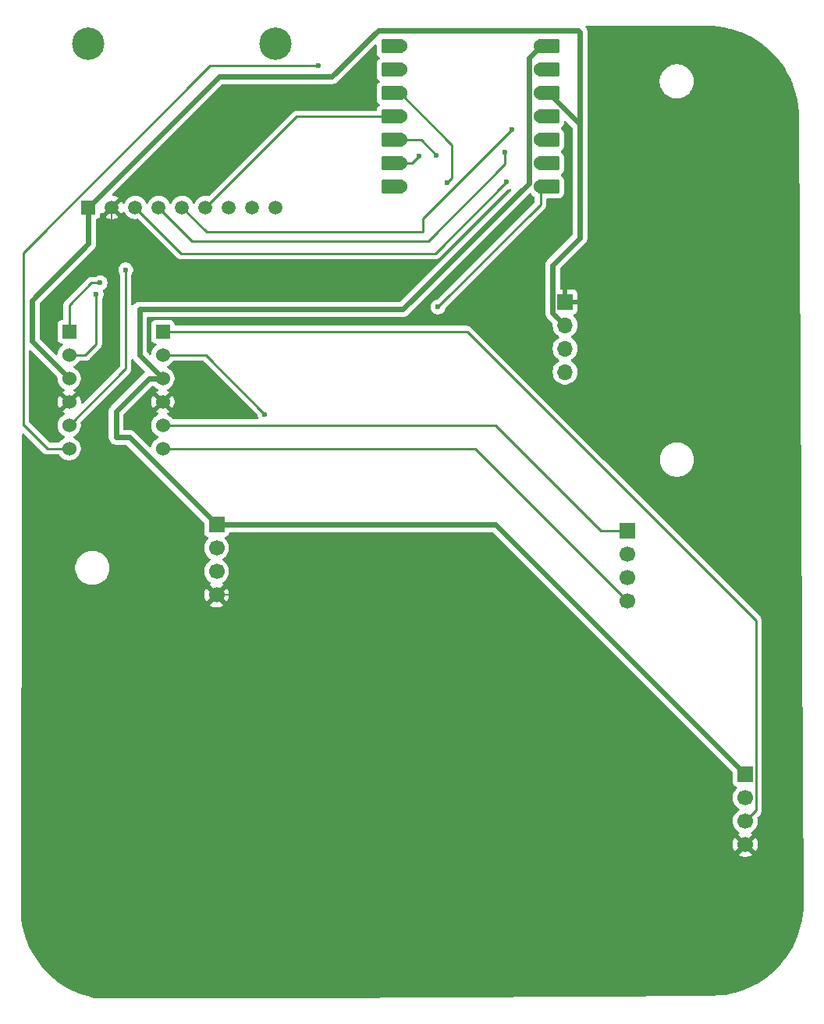
<source format=gbr>
%TF.GenerationSoftware,KiCad,Pcbnew,9.0.6*%
%TF.CreationDate,2025-12-15T19:17:09+00:00*%
%TF.ProjectId,VoltaPCB,566f6c74-6150-4434-922e-6b696361645f,rev?*%
%TF.SameCoordinates,Original*%
%TF.FileFunction,Copper,L1,Top*%
%TF.FilePolarity,Positive*%
%FSLAX46Y46*%
G04 Gerber Fmt 4.6, Leading zero omitted, Abs format (unit mm)*
G04 Created by KiCad (PCBNEW 9.0.6) date 2025-12-15 19:17:09*
%MOMM*%
%LPD*%
G01*
G04 APERTURE LIST*
G04 Aperture macros list*
%AMRoundRect*
0 Rectangle with rounded corners*
0 $1 Rounding radius*
0 $2 $3 $4 $5 $6 $7 $8 $9 X,Y pos of 4 corners*
0 Add a 4 corners polygon primitive as box body*
4,1,4,$2,$3,$4,$5,$6,$7,$8,$9,$2,$3,0*
0 Add four circle primitives for the rounded corners*
1,1,$1+$1,$2,$3*
1,1,$1+$1,$4,$5*
1,1,$1+$1,$6,$7*
1,1,$1+$1,$8,$9*
0 Add four rect primitives between the rounded corners*
20,1,$1+$1,$2,$3,$4,$5,0*
20,1,$1+$1,$4,$5,$6,$7,0*
20,1,$1+$1,$6,$7,$8,$9,0*
20,1,$1+$1,$8,$9,$2,$3,0*%
G04 Aperture macros list end*
%TA.AperFunction,ComponentPad*%
%ADD10R,1.700000X1.700000*%
%TD*%
%TA.AperFunction,ComponentPad*%
%ADD11C,1.700000*%
%TD*%
%TA.AperFunction,SMDPad,CuDef*%
%ADD12RoundRect,0.152400X1.063600X0.609600X-1.063600X0.609600X-1.063600X-0.609600X1.063600X-0.609600X0*%
%TD*%
%TA.AperFunction,ComponentPad*%
%ADD13C,1.524000*%
%TD*%
%TA.AperFunction,SMDPad,CuDef*%
%ADD14RoundRect,0.152400X-1.063600X-0.609600X1.063600X-0.609600X1.063600X0.609600X-1.063600X0.609600X0*%
%TD*%
%TA.AperFunction,ComponentPad*%
%ADD15O,1.700000X1.700000*%
%TD*%
%TA.AperFunction,ComponentPad*%
%ADD16R,1.508000X1.508000*%
%TD*%
%TA.AperFunction,ComponentPad*%
%ADD17C,1.508000*%
%TD*%
%TA.AperFunction,ComponentPad*%
%ADD18C,3.516000*%
%TD*%
%TA.AperFunction,ComponentPad*%
%ADD19R,1.524000X1.524000*%
%TD*%
%TA.AperFunction,ViaPad*%
%ADD20C,0.600000*%
%TD*%
%TA.AperFunction,Conductor*%
%ADD21C,0.600000*%
%TD*%
%TA.AperFunction,Conductor*%
%ADD22C,0.250000*%
%TD*%
%TA.AperFunction,Conductor*%
%ADD23C,0.200000*%
%TD*%
G04 APERTURE END LIST*
D10*
%TO.P,J2,1,Pin_1*%
%TO.N,+5V*%
X174800000Y-111470000D03*
D11*
%TO.P,J2,2,Pin_2*%
%TO.N,Net-(J2-Pin_2)*%
X174800000Y-114010000D03*
%TO.P,J2,3,Pin_3*%
%TO.N,Net-(J2-Pin_3)*%
X174800000Y-116550000D03*
%TO.P,J2,4,Pin_4*%
%TO.N,GND*%
X174800000Y-119090000D03*
%TD*%
D10*
%TO.P,J5,1,Pin_1*%
%TO.N,Net-(J5-Pin_1)*%
X162010000Y-85080000D03*
D11*
%TO.P,J5,2,Pin_2*%
%TO.N,Net-(J5-Pin_2)*%
X162010000Y-87620000D03*
%TO.P,J5,3,Pin_3*%
X162010000Y-90160000D03*
%TO.P,J5,4,Pin_4*%
%TO.N,Net-(J5-Pin_4)*%
X162010000Y-92700000D03*
%TD*%
D12*
%TO.P,U1,1,GPIO26/ADC0/A0*%
%TO.N,Net-(U1-GPIO26{slash}ADC0{slash}A0)*%
X136525000Y-32520000D03*
D13*
X137360000Y-32520000D03*
D12*
%TO.P,U1,2,GPIO27/ADC1/A1*%
%TO.N,Net-(U1-GPIO27{slash}ADC1{slash}A1)*%
X136525000Y-35060000D03*
D13*
X137360000Y-35060000D03*
D12*
%TO.P,U1,3,GPIO28/ADC2/A2*%
%TO.N,Net-(J5-Pin_2)*%
X136525000Y-37600000D03*
D13*
X137360000Y-37600000D03*
D12*
%TO.P,U1,4,GPIO29/ADC3/A3*%
%TO.N,Net-(U1-GPIO29{slash}ADC3{slash}A3)*%
X136525000Y-40140000D03*
D13*
X137360000Y-40140000D03*
D12*
%TO.P,U1,5,GPIO6/SDA*%
%TO.N,Net-(J1-Pin_4)*%
X136525000Y-42680000D03*
D13*
X137360000Y-42680000D03*
D12*
%TO.P,U1,6,GPIO7/SCL*%
%TO.N,Net-(J1-Pin_3)*%
X136525000Y-45220000D03*
D13*
X137360000Y-45220000D03*
D12*
%TO.P,U1,7,GPIO0/TX*%
%TO.N,Net-(U1-GPIO0{slash}TX)*%
X136525000Y-47760000D03*
D13*
X137360000Y-47760000D03*
%TO.P,U1,8,GPIO1/RX*%
%TO.N,Net-(U1-GPIO1{slash}RX)*%
X152600000Y-47760000D03*
D14*
X153435000Y-47760000D03*
D13*
%TO.P,U1,9,GPIO2/SCK*%
%TO.N,Net-(U1-GPIO2{slash}SCK)*%
X152600000Y-45220000D03*
D14*
X153435000Y-45220000D03*
D13*
%TO.P,U1,10,GPIO4/MISO*%
%TO.N,Net-(U1-GPIO4{slash}MISO)*%
X152600000Y-42680000D03*
D14*
X153435000Y-42680000D03*
D13*
%TO.P,U1,11,GPIO3/MOSI*%
%TO.N,Net-(U1-GPIO3{slash}MOSI)*%
X152600000Y-40140000D03*
D14*
X153435000Y-40140000D03*
D13*
%TO.P,U1,12,3V3*%
%TO.N,+3V3*%
X152600000Y-37600000D03*
D14*
X153435000Y-37600000D03*
D13*
%TO.P,U1,13,GND*%
%TO.N,GND*%
X152600000Y-35060000D03*
D14*
X153435000Y-35060000D03*
D13*
%TO.P,U1,14,VBUS*%
%TO.N,+5V*%
X152600000Y-32520000D03*
D14*
X153435000Y-32520000D03*
%TD*%
D10*
%TO.P,J1,1,Pin_1*%
%TO.N,GND*%
X155255000Y-60225000D03*
D15*
%TO.P,J1,2,Pin_2*%
%TO.N,+3V3*%
X155255000Y-62765000D03*
%TO.P,J1,3,Pin_3*%
%TO.N,Net-(J1-Pin_3)*%
X155255000Y-65305000D03*
%TO.P,J1,4,Pin_4*%
%TO.N,Net-(J1-Pin_4)*%
X155255000Y-67845000D03*
%TD*%
D16*
%TO.P,U3,1,3V*%
%TO.N,+3V3*%
X103547500Y-49990000D03*
D17*
%TO.P,U3,2,GND*%
%TO.N,GND*%
X106087500Y-49990000D03*
%TO.P,U3,3,CLK*%
%TO.N,Net-(U1-GPIO2{slash}SCK)*%
X108627500Y-49990000D03*
%TO.P,U3,4,D0/SO*%
%TO.N,Net-(U1-GPIO4{slash}MISO)*%
X111167500Y-49990000D03*
%TO.P,U3,5,CMD/SI*%
%TO.N,Net-(U1-GPIO3{slash}MOSI)*%
X113707500Y-49990000D03*
%TO.P,U3,6,D3/CS*%
%TO.N,Net-(U1-GPIO29{slash}ADC3{slash}A3)*%
X116247500Y-49990000D03*
%TO.P,U3,7,DAT1*%
%TO.N,unconnected-(U3-DAT1-Pad7)*%
X118787500Y-49990000D03*
%TO.P,U3,8,DAT2*%
%TO.N,unconnected-(U3-DAT2-Pad8)*%
X121327500Y-49990000D03*
%TO.P,U3,9,DET*%
%TO.N,unconnected-(U3-DET-Pad9)*%
X123867500Y-49990000D03*
D18*
%TO.P,U3,S1*%
%TO.N,N/C*%
X103547500Y-32210000D03*
%TO.P,U3,S2*%
X123867500Y-32210000D03*
%TD*%
D13*
%TO.P,U2,GND_1,GND*%
%TO.N,GND*%
X111610000Y-71080000D03*
%TO.P,U2,GND_2,GND*%
X101450000Y-71080000D03*
%TO.P,U2,HV,HV*%
%TO.N,+5V*%
X111610000Y-68540000D03*
D19*
%TO.P,U2,HV1,HV1*%
%TO.N,Net-(J2-Pin_3)*%
X111610000Y-63460000D03*
D13*
%TO.P,U2,HV2,HV2*%
%TO.N,Net-(J2-Pin_2)*%
X111610000Y-66000000D03*
%TO.P,U2,HV3,HV3*%
%TO.N,Net-(J5-Pin_1)*%
X111610000Y-73620000D03*
%TO.P,U2,HV4,HV4*%
%TO.N,Net-(J5-Pin_4)*%
X111610000Y-76160000D03*
%TO.P,U2,LV,LV*%
%TO.N,+3V3*%
X101450000Y-68540000D03*
D19*
%TO.P,U2,LV1,LV1*%
%TO.N,Net-(U1-GPIO0{slash}TX)*%
X101450000Y-63460000D03*
D13*
%TO.P,U2,LV2,LV2*%
%TO.N,Net-(U1-GPIO1{slash}RX)*%
X101450000Y-66000000D03*
%TO.P,U2,LV3,LV3*%
%TO.N,Net-(U1-GPIO27{slash}ADC1{slash}A1)*%
X101450000Y-73620000D03*
%TO.P,U2,LV4,LV4*%
%TO.N,Net-(U1-GPIO26{slash}ADC0{slash}A0)*%
X101450000Y-76160000D03*
%TD*%
D10*
%TO.P,J3,1,Pin_1*%
%TO.N,+5V*%
X117440000Y-84390000D03*
D11*
%TO.P,J3,2,Pin_2*%
%TO.N,Sensor_B*%
X117440000Y-86930000D03*
%TO.P,J3,3,Pin_3*%
%TO.N,Sensor_A*%
X117440000Y-89470000D03*
%TO.P,J3,4,Pin_4*%
%TO.N,GND*%
X117440000Y-92010000D03*
%TD*%
D20*
%TO.N,Net-(J1-Pin_3)*%
X139390000Y-44460000D03*
%TO.N,GND*%
X99270000Y-70900000D03*
%TO.N,Net-(J1-Pin_4)*%
X141270000Y-44310000D03*
%TO.N,Net-(J2-Pin_2)*%
X122680000Y-72420000D03*
%TO.N,Net-(J5-Pin_2)*%
X142450000Y-47260000D03*
%TO.N,Net-(U1-GPIO3{slash}MOSI)*%
X149520000Y-41550000D03*
%TO.N,Net-(U1-GPIO4{slash}MISO)*%
X148760000Y-44000000D03*
%TO.N,Net-(U1-GPIO26{slash}ADC0{slash}A0)*%
X128460000Y-34620000D03*
%TO.N,Net-(U1-GPIO0{slash}TX)*%
X104800000Y-58170000D03*
%TO.N,Net-(U1-GPIO27{slash}ADC1{slash}A1)*%
X107580000Y-56750000D03*
%TO.N,Net-(U1-GPIO2{slash}SCK)*%
X148910000Y-47250000D03*
%TO.N,Net-(U1-GPIO1{slash}RX)*%
X141460000Y-60790000D03*
X104380000Y-59420000D03*
%TD*%
D21*
%TO.N,+3V3*%
X97420000Y-60060000D02*
X97420000Y-64510000D01*
X103547500Y-49990000D02*
X117727500Y-35810000D01*
X155255000Y-62765000D02*
X153904000Y-61414000D01*
X156680000Y-30770000D02*
X156870000Y-30960000D01*
X103547500Y-53932500D02*
X97420000Y-60060000D01*
X103547500Y-49990000D02*
X103547500Y-53932500D01*
X97420000Y-64510000D02*
X101450000Y-68540000D01*
X153496470Y-37600000D02*
X152600000Y-37600000D01*
X156870000Y-30960000D02*
X156870000Y-40973530D01*
X153904000Y-61414000D02*
X153904000Y-56256000D01*
X153904000Y-56256000D02*
X156870000Y-53290000D01*
X156870000Y-53290000D02*
X156870000Y-40973530D01*
X135010000Y-30770000D02*
X156680000Y-30770000D01*
X129970000Y-35810000D02*
X135010000Y-30770000D01*
X156870000Y-40973530D02*
X153496470Y-37600000D01*
X117727500Y-35810000D02*
X129970000Y-35810000D01*
D22*
%TO.N,Net-(J1-Pin_3)*%
X138630000Y-45220000D02*
X139390000Y-44460000D01*
X137360000Y-45220000D02*
X138630000Y-45220000D01*
D21*
%TO.N,GND*%
X174800000Y-119090000D02*
X173050000Y-120840000D01*
D23*
X117440000Y-92010000D02*
X121880000Y-92010000D01*
X111610000Y-71080000D02*
X112730000Y-69960000D01*
X99270000Y-70780000D02*
X99270000Y-70900000D01*
D21*
X173050000Y-120840000D02*
X171370000Y-120840000D01*
X174840000Y-119050000D02*
X174800000Y-119090000D01*
D23*
X101450000Y-71080000D02*
X100210000Y-69840000D01*
X112730000Y-69960000D02*
X112730000Y-69950000D01*
X106087500Y-49990000D02*
X106087500Y-52557500D01*
D21*
X174840000Y-118660000D02*
X174840000Y-119050000D01*
D23*
X106087500Y-52557500D02*
X106250000Y-52720000D01*
X155255000Y-60225000D02*
X156975000Y-60225000D01*
X156975000Y-60225000D02*
X157520000Y-59680000D01*
X100210000Y-69840000D02*
X99270000Y-70780000D01*
X121880000Y-92010000D02*
X122360000Y-92490000D01*
D22*
%TO.N,Net-(J1-Pin_4)*%
X137360000Y-42680000D02*
X139640000Y-42680000D01*
X139640000Y-42680000D02*
X141270000Y-44310000D01*
%TO.N,Net-(J2-Pin_3)*%
X175976000Y-115374000D02*
X175976000Y-94816000D01*
X144620000Y-63460000D02*
X111610000Y-63460000D01*
X175976000Y-94816000D02*
X144620000Y-63460000D01*
X174800000Y-116550000D02*
X175976000Y-115374000D01*
%TO.N,Net-(J2-Pin_2)*%
X111610000Y-66000000D02*
X116260000Y-66000000D01*
X116260000Y-66000000D02*
X122680000Y-72420000D01*
D21*
%TO.N,+5V*%
X117440000Y-84390000D02*
X147720000Y-84390000D01*
X109070000Y-61050000D02*
X109070000Y-66000000D01*
X147720000Y-84390000D02*
X174800000Y-111470000D01*
X137655298Y-61050000D02*
X109070000Y-61050000D01*
X106550000Y-74920000D02*
X106550000Y-72070000D01*
X107970000Y-74920000D02*
X106550000Y-74920000D01*
X117440000Y-84390000D02*
X107970000Y-74920000D01*
X109070000Y-66000000D02*
X111610000Y-68540000D01*
X110080000Y-68540000D02*
X111610000Y-68540000D01*
X106550000Y-72070000D02*
X110080000Y-68540000D01*
X151337000Y-33783000D02*
X151337000Y-47368298D01*
X152600000Y-32520000D02*
X151337000Y-33783000D01*
X151337000Y-47368298D02*
X137655298Y-61050000D01*
D22*
%TO.N,Net-(J5-Pin_4)*%
X145470000Y-76160000D02*
X162010000Y-92700000D01*
X111610000Y-76160000D02*
X145470000Y-76160000D01*
%TO.N,Net-(J5-Pin_2)*%
X142960000Y-46750000D02*
X142450000Y-47260000D01*
X142960000Y-43200000D02*
X142960000Y-46750000D01*
X137360000Y-37600000D02*
X142960000Y-43200000D01*
%TO.N,Net-(J5-Pin_1)*%
X147680000Y-73620000D02*
X159140000Y-85080000D01*
X111610000Y-73620000D02*
X147680000Y-73620000D01*
X159140000Y-85080000D02*
X162010000Y-85080000D01*
%TO.N,Net-(U1-GPIO3{slash}MOSI)*%
X116367500Y-52650000D02*
X139860000Y-52650000D01*
X139860000Y-52650000D02*
X139860000Y-51210000D01*
X113707500Y-49990000D02*
X116367500Y-52650000D01*
X139860000Y-51210000D02*
X149520000Y-41550000D01*
%TO.N,Net-(U1-GPIO4{slash}MISO)*%
X111167500Y-49990000D02*
X114787500Y-53610000D01*
X114787500Y-53610000D02*
X140420000Y-53610000D01*
X148760000Y-45270000D02*
X148760000Y-44000000D01*
X140420000Y-53610000D02*
X148760000Y-45270000D01*
%TO.N,Net-(U1-GPIO26{slash}ADC0{slash}A0)*%
X96460000Y-73650000D02*
X96570000Y-73650000D01*
X96460000Y-54917500D02*
X116757500Y-34620000D01*
X96570000Y-73650000D02*
X99080000Y-76160000D01*
X96460000Y-54917500D02*
X96460000Y-73650000D01*
X116757500Y-34620000D02*
X128460000Y-34620000D01*
X99080000Y-76160000D02*
X101450000Y-76160000D01*
%TO.N,Net-(U1-GPIO29{slash}ADC3{slash}A3)*%
X126097500Y-40140000D02*
X137360000Y-40140000D01*
X116247500Y-49990000D02*
X126097500Y-40140000D01*
%TO.N,Net-(U1-GPIO0{slash}TX)*%
X103830000Y-58170000D02*
X104800000Y-58170000D01*
X101450000Y-63460000D02*
X101450000Y-60550000D01*
X101450000Y-60550000D02*
X103830000Y-58170000D01*
%TO.N,Net-(U1-GPIO27{slash}ADC1{slash}A1)*%
X101450000Y-73620000D02*
X107580000Y-67490000D01*
X107580000Y-67490000D02*
X107580000Y-56750000D01*
%TO.N,Net-(U1-GPIO2{slash}SCK)*%
X136800000Y-54990000D02*
X141170000Y-54990000D01*
X113627500Y-54990000D02*
X136800000Y-54990000D01*
X141170000Y-54990000D02*
X148910000Y-47250000D01*
X108627500Y-49990000D02*
X113627500Y-54990000D01*
%TO.N,Net-(U1-GPIO1{slash}RX)*%
X152600000Y-49650000D02*
X152600000Y-47760000D01*
X141460000Y-60790000D02*
X152600000Y-49650000D01*
X104380000Y-64799512D02*
X104380000Y-59420000D01*
X103179512Y-66000000D02*
X104380000Y-64799512D01*
X101450000Y-66000000D02*
X103179512Y-66000000D01*
%TD*%
%TA.AperFunction,Conductor*%
%TO.N,GND*%
G36*
X170668841Y-30270061D02*
G01*
X171288637Y-30289468D01*
X171296371Y-30289952D01*
X171911871Y-30347921D01*
X171919514Y-30348884D01*
X172530153Y-30445243D01*
X172537757Y-30446688D01*
X173141158Y-30581057D01*
X173148665Y-30582977D01*
X173614049Y-30717666D01*
X173742481Y-30754836D01*
X173749863Y-30757225D01*
X174331766Y-30965898D01*
X174338964Y-30968737D01*
X174906659Y-31213401D01*
X174913677Y-31216690D01*
X175464966Y-31496398D01*
X175471773Y-31500124D01*
X176004464Y-31813764D01*
X176011009Y-31817899D01*
X176523058Y-32164266D01*
X176529341Y-32168809D01*
X177018700Y-32546520D01*
X177024675Y-32551437D01*
X177155422Y-32666098D01*
X177489454Y-32959032D01*
X177495121Y-32964324D01*
X177693134Y-33161211D01*
X177933482Y-33400192D01*
X177938812Y-33405834D01*
X178349050Y-33868277D01*
X178354016Y-33874242D01*
X178734497Y-34361418D01*
X178739081Y-34367681D01*
X179088354Y-34877730D01*
X179092537Y-34884269D01*
X179409217Y-35415174D01*
X179412982Y-35421960D01*
X179695818Y-35971618D01*
X179699152Y-35978628D01*
X179947053Y-36544921D01*
X179949941Y-36552125D01*
X179980933Y-36637021D01*
X180160973Y-37130205D01*
X180161922Y-37132803D01*
X180164354Y-37140173D01*
X180339595Y-37732991D01*
X180341561Y-37740500D01*
X180479366Y-38343098D01*
X180480859Y-38350714D01*
X180580698Y-38960780D01*
X180581711Y-38968476D01*
X180643185Y-39583571D01*
X180643715Y-39591314D01*
X180666658Y-40211001D01*
X180666741Y-40214882D01*
X181153003Y-125440502D01*
X181152964Y-125444394D01*
X181136993Y-126066069D01*
X181136549Y-126073840D01*
X181081775Y-126691356D01*
X181080844Y-126699084D01*
X180987437Y-127311928D01*
X180986024Y-127319582D01*
X180854343Y-127925393D01*
X180852451Y-127932943D01*
X180683030Y-128529265D01*
X180680669Y-128536683D01*
X180474160Y-129121220D01*
X180471338Y-129128474D01*
X180228568Y-129698886D01*
X180225297Y-129705949D01*
X179947208Y-130260025D01*
X179943500Y-130266868D01*
X179631198Y-130802399D01*
X179627067Y-130808997D01*
X179281784Y-131323872D01*
X179277248Y-131330197D01*
X178900346Y-131822390D01*
X178895422Y-131828419D01*
X178488371Y-132296007D01*
X178483079Y-132301714D01*
X178047497Y-132742836D01*
X178041856Y-132748201D01*
X177579453Y-133161128D01*
X177573488Y-133166127D01*
X177086093Y-133549225D01*
X177079825Y-133553841D01*
X176569348Y-133905608D01*
X176562803Y-133909821D01*
X176031280Y-134228857D01*
X176024484Y-134232652D01*
X175473960Y-134517727D01*
X175466939Y-134521087D01*
X174899646Y-134771044D01*
X174892428Y-134773958D01*
X174310537Y-134987842D01*
X174303151Y-134990296D01*
X173709017Y-135167243D01*
X173701490Y-135169230D01*
X173097406Y-135308554D01*
X173089771Y-135310064D01*
X172478155Y-135411210D01*
X172470439Y-135412239D01*
X171853656Y-135474814D01*
X171845891Y-135475356D01*
X171224475Y-135499184D01*
X171220584Y-135499272D01*
X127927184Y-135799497D01*
X127926324Y-135799500D01*
X104463574Y-135799500D01*
X104444897Y-135798085D01*
X104425505Y-135795130D01*
X104352894Y-135784066D01*
X104345183Y-135782640D01*
X103734885Y-135649709D01*
X103727278Y-135647799D01*
X103126586Y-135476548D01*
X103119116Y-135474160D01*
X102530462Y-135265284D01*
X102523158Y-135262429D01*
X101948884Y-135016758D01*
X101941775Y-135013447D01*
X101384180Y-134731966D01*
X101377294Y-134728212D01*
X100838617Y-134412051D01*
X100831982Y-134407869D01*
X100314346Y-134058272D01*
X100307989Y-134053680D01*
X100116117Y-133905608D01*
X99813498Y-133672069D01*
X99807454Y-133667091D01*
X99338070Y-133254978D01*
X99332343Y-133249620D01*
X98889960Y-132808671D01*
X98884584Y-132802962D01*
X98470958Y-132334927D01*
X98465953Y-132328889D01*
X98082747Y-131835652D01*
X98078133Y-131829310D01*
X98073427Y-131822390D01*
X97726851Y-131312802D01*
X97722665Y-131306209D01*
X97404739Y-130768529D01*
X97400969Y-130761666D01*
X97117675Y-130204982D01*
X97114341Y-130197883D01*
X96902003Y-129705949D01*
X96866805Y-129624404D01*
X96863937Y-129617136D01*
X96653144Y-129029145D01*
X96650732Y-129021682D01*
X96643173Y-128995491D01*
X96477529Y-128421537D01*
X96475603Y-128413973D01*
X96340683Y-127804074D01*
X96339238Y-127796398D01*
X96243145Y-127179204D01*
X96242184Y-127171421D01*
X96201015Y-126721245D01*
X96200500Y-126709952D01*
X96200500Y-116903844D01*
X96200501Y-116903387D01*
X96206064Y-115394949D01*
X96303522Y-88968711D01*
X102109500Y-88968711D01*
X102109500Y-89211288D01*
X102141161Y-89451785D01*
X102203947Y-89686104D01*
X102296773Y-89910205D01*
X102296776Y-89910212D01*
X102418064Y-90120289D01*
X102418066Y-90120292D01*
X102418067Y-90120293D01*
X102565733Y-90312736D01*
X102565739Y-90312743D01*
X102737256Y-90484260D01*
X102737263Y-90484266D01*
X102850321Y-90571018D01*
X102929711Y-90631936D01*
X103139788Y-90753224D01*
X103363900Y-90846054D01*
X103598211Y-90908838D01*
X103778586Y-90932584D01*
X103838711Y-90940500D01*
X103838712Y-90940500D01*
X104081289Y-90940500D01*
X104129388Y-90934167D01*
X104321789Y-90908838D01*
X104556100Y-90846054D01*
X104780212Y-90753224D01*
X104990289Y-90631936D01*
X105182738Y-90484265D01*
X105354265Y-90312738D01*
X105501936Y-90120289D01*
X105623224Y-89910212D01*
X105716054Y-89686100D01*
X105778838Y-89451789D01*
X105810500Y-89211288D01*
X105810500Y-88968712D01*
X105778838Y-88728211D01*
X105716054Y-88493900D01*
X105623224Y-88269788D01*
X105501936Y-88059711D01*
X105354265Y-87867262D01*
X105354260Y-87867256D01*
X105182743Y-87695739D01*
X105182736Y-87695733D01*
X104990293Y-87548067D01*
X104990292Y-87548066D01*
X104990289Y-87548064D01*
X104780212Y-87426776D01*
X104780205Y-87426773D01*
X104556104Y-87333947D01*
X104321785Y-87271161D01*
X104081289Y-87239500D01*
X104081288Y-87239500D01*
X103838712Y-87239500D01*
X103838711Y-87239500D01*
X103598214Y-87271161D01*
X103363895Y-87333947D01*
X103139794Y-87426773D01*
X103139785Y-87426777D01*
X102929706Y-87548067D01*
X102737263Y-87695733D01*
X102737256Y-87695739D01*
X102565739Y-87867256D01*
X102565733Y-87867263D01*
X102418067Y-88059706D01*
X102296777Y-88269785D01*
X102296773Y-88269794D01*
X102203947Y-88493895D01*
X102141161Y-88728214D01*
X102109500Y-88968711D01*
X96303522Y-88968711D01*
X96356440Y-74619928D01*
X96376371Y-74552966D01*
X96429343Y-74507406D01*
X96498538Y-74497718D01*
X96561986Y-74526977D01*
X96568119Y-74532709D01*
X98594139Y-76558729D01*
X98594142Y-76558733D01*
X98681267Y-76645858D01*
X98732490Y-76680084D01*
X98783714Y-76714312D01*
X98783715Y-76714312D01*
X98783716Y-76714313D01*
X98857390Y-76744829D01*
X98857394Y-76744830D01*
X98864207Y-76747652D01*
X98897548Y-76761463D01*
X98957971Y-76773481D01*
X99018393Y-76785500D01*
X99018394Y-76785500D01*
X100280735Y-76785500D01*
X100347774Y-76805185D01*
X100381052Y-76836613D01*
X100487019Y-76982464D01*
X100627536Y-77122981D01*
X100788306Y-77239787D01*
X100875149Y-77284035D01*
X100965367Y-77330005D01*
X100965370Y-77330006D01*
X101059866Y-77360709D01*
X101154364Y-77391413D01*
X101350639Y-77422500D01*
X101350640Y-77422500D01*
X101549360Y-77422500D01*
X101549361Y-77422500D01*
X101745636Y-77391413D01*
X101934632Y-77330005D01*
X102111694Y-77239787D01*
X102272464Y-77122981D01*
X102412981Y-76982464D01*
X102529787Y-76821694D01*
X102620005Y-76644632D01*
X102681413Y-76455636D01*
X102712500Y-76259361D01*
X102712500Y-76060639D01*
X102681413Y-75864364D01*
X102620005Y-75675368D01*
X102620005Y-75675367D01*
X102546528Y-75531162D01*
X102529787Y-75498306D01*
X102412981Y-75337536D01*
X102272464Y-75197019D01*
X102111694Y-75080213D01*
X101955218Y-75000484D01*
X101904423Y-74952510D01*
X101887628Y-74884689D01*
X101910165Y-74818554D01*
X101955218Y-74779515D01*
X102111694Y-74699787D01*
X102272464Y-74582981D01*
X102412981Y-74442464D01*
X102529787Y-74281694D01*
X102620005Y-74104632D01*
X102681413Y-73915636D01*
X102712500Y-73719361D01*
X102712500Y-73520639D01*
X102684297Y-73342575D01*
X102693251Y-73273285D01*
X102719086Y-73235502D01*
X107978729Y-67975860D01*
X107978733Y-67975858D01*
X108065858Y-67888733D01*
X108104697Y-67830606D01*
X108134312Y-67786286D01*
X108181463Y-67672451D01*
X108205500Y-67551607D01*
X108205500Y-67428393D01*
X108205500Y-66555820D01*
X108225185Y-66488781D01*
X108277989Y-66443026D01*
X108347147Y-66433082D01*
X108410703Y-66462107D01*
X108432602Y-66486929D01*
X108448210Y-66510288D01*
X108448213Y-66510292D01*
X109634568Y-67696646D01*
X109668053Y-67757969D01*
X109663069Y-67827661D01*
X109621197Y-67883594D01*
X109615779Y-67887429D01*
X109569707Y-67918213D01*
X106915922Y-70572000D01*
X106039711Y-71448211D01*
X106001420Y-71486502D01*
X105928209Y-71559712D01*
X105840609Y-71690814D01*
X105840602Y-71690827D01*
X105780264Y-71836498D01*
X105780261Y-71836510D01*
X105749500Y-71991153D01*
X105749500Y-74998846D01*
X105780261Y-75153489D01*
X105780264Y-75153501D01*
X105840602Y-75299172D01*
X105840609Y-75299185D01*
X105928210Y-75430288D01*
X105928213Y-75430292D01*
X106039707Y-75541786D01*
X106039711Y-75541789D01*
X106170814Y-75629390D01*
X106170827Y-75629397D01*
X106309347Y-75686773D01*
X106316503Y-75689737D01*
X106471153Y-75720499D01*
X106471156Y-75720500D01*
X106471158Y-75720500D01*
X107587060Y-75720500D01*
X107654099Y-75740185D01*
X107674741Y-75756819D01*
X116053181Y-84135259D01*
X116086666Y-84196582D01*
X116089500Y-84222940D01*
X116089500Y-85287870D01*
X116089501Y-85287876D01*
X116095908Y-85347483D01*
X116146202Y-85482328D01*
X116146206Y-85482335D01*
X116232452Y-85597544D01*
X116232455Y-85597547D01*
X116347664Y-85683793D01*
X116347671Y-85683797D01*
X116479082Y-85732810D01*
X116535016Y-85774681D01*
X116559433Y-85840145D01*
X116544582Y-85908418D01*
X116523431Y-85936673D01*
X116409889Y-86050215D01*
X116284951Y-86222179D01*
X116188444Y-86411585D01*
X116122753Y-86613760D01*
X116120708Y-86626673D01*
X116089500Y-86823713D01*
X116089500Y-87036287D01*
X116122754Y-87246243D01*
X116181413Y-87426777D01*
X116188444Y-87448414D01*
X116284951Y-87637820D01*
X116409890Y-87809786D01*
X116560213Y-87960109D01*
X116732182Y-88085050D01*
X116740946Y-88089516D01*
X116791742Y-88137491D01*
X116808536Y-88205312D01*
X116785998Y-88271447D01*
X116740946Y-88310484D01*
X116732182Y-88314949D01*
X116560213Y-88439890D01*
X116409890Y-88590213D01*
X116284951Y-88762179D01*
X116188444Y-88951585D01*
X116122753Y-89153760D01*
X116113642Y-89211288D01*
X116089500Y-89363713D01*
X116089500Y-89576287D01*
X116122754Y-89786243D01*
X116141442Y-89843760D01*
X116188444Y-89988414D01*
X116284951Y-90177820D01*
X116409890Y-90349786D01*
X116560213Y-90500109D01*
X116732179Y-90625048D01*
X116732181Y-90625049D01*
X116732184Y-90625051D01*
X116741493Y-90629794D01*
X116792290Y-90677766D01*
X116809087Y-90745587D01*
X116786552Y-90811722D01*
X116741505Y-90850760D01*
X116732446Y-90855376D01*
X116732440Y-90855380D01*
X116678282Y-90894727D01*
X116678282Y-90894728D01*
X117310591Y-91527037D01*
X117247007Y-91544075D01*
X117132993Y-91609901D01*
X117039901Y-91702993D01*
X116974075Y-91817007D01*
X116957037Y-91880591D01*
X116324728Y-91248282D01*
X116324727Y-91248282D01*
X116285380Y-91302439D01*
X116188904Y-91491782D01*
X116123242Y-91693869D01*
X116123242Y-91693872D01*
X116090000Y-91903753D01*
X116090000Y-92116246D01*
X116123242Y-92326127D01*
X116123242Y-92326130D01*
X116188904Y-92528217D01*
X116285375Y-92717550D01*
X116324728Y-92771716D01*
X116957037Y-92139408D01*
X116974075Y-92202993D01*
X117039901Y-92317007D01*
X117132993Y-92410099D01*
X117247007Y-92475925D01*
X117310590Y-92492962D01*
X116678282Y-93125269D01*
X116678282Y-93125270D01*
X116732449Y-93164624D01*
X116921782Y-93261095D01*
X117123870Y-93326757D01*
X117333754Y-93360000D01*
X117546246Y-93360000D01*
X117756127Y-93326757D01*
X117756130Y-93326757D01*
X117958217Y-93261095D01*
X118147554Y-93164622D01*
X118201716Y-93125270D01*
X118201717Y-93125270D01*
X117569408Y-92492962D01*
X117632993Y-92475925D01*
X117747007Y-92410099D01*
X117840099Y-92317007D01*
X117905925Y-92202993D01*
X117922962Y-92139408D01*
X118555270Y-92771717D01*
X118555270Y-92771716D01*
X118594622Y-92717554D01*
X118691095Y-92528217D01*
X118756757Y-92326130D01*
X118756757Y-92326127D01*
X118790000Y-92116246D01*
X118790000Y-91903753D01*
X118756757Y-91693872D01*
X118756757Y-91693869D01*
X118691095Y-91491782D01*
X118594624Y-91302449D01*
X118555270Y-91248282D01*
X118555269Y-91248282D01*
X117922962Y-91880590D01*
X117905925Y-91817007D01*
X117840099Y-91702993D01*
X117747007Y-91609901D01*
X117632993Y-91544075D01*
X117569409Y-91527037D01*
X118201716Y-90894728D01*
X118147547Y-90855373D01*
X118147547Y-90855372D01*
X118138500Y-90850763D01*
X118087706Y-90802788D01*
X118070912Y-90734966D01*
X118093451Y-90668832D01*
X118138508Y-90629793D01*
X118147816Y-90625051D01*
X118227007Y-90567515D01*
X118319786Y-90500109D01*
X118319788Y-90500106D01*
X118319792Y-90500104D01*
X118470104Y-90349792D01*
X118470106Y-90349788D01*
X118470109Y-90349786D01*
X118595048Y-90177820D01*
X118595047Y-90177820D01*
X118595051Y-90177816D01*
X118691557Y-89988412D01*
X118757246Y-89786243D01*
X118790500Y-89576287D01*
X118790500Y-89363713D01*
X118757246Y-89153757D01*
X118691557Y-88951588D01*
X118595051Y-88762184D01*
X118595049Y-88762181D01*
X118595048Y-88762179D01*
X118470109Y-88590213D01*
X118319786Y-88439890D01*
X118147820Y-88314951D01*
X118147115Y-88314591D01*
X118139054Y-88310485D01*
X118088259Y-88262512D01*
X118071463Y-88194692D01*
X118093999Y-88128556D01*
X118139054Y-88089515D01*
X118147816Y-88085051D01*
X118182701Y-88059706D01*
X118319786Y-87960109D01*
X118319788Y-87960106D01*
X118319792Y-87960104D01*
X118470104Y-87809792D01*
X118470106Y-87809788D01*
X118470109Y-87809786D01*
X118595048Y-87637820D01*
X118595047Y-87637820D01*
X118595051Y-87637816D01*
X118691557Y-87448412D01*
X118757246Y-87246243D01*
X118790500Y-87036287D01*
X118790500Y-86823713D01*
X118757246Y-86613757D01*
X118691557Y-86411588D01*
X118595051Y-86222184D01*
X118595049Y-86222181D01*
X118595048Y-86222179D01*
X118470109Y-86050213D01*
X118356569Y-85936673D01*
X118323084Y-85875350D01*
X118328068Y-85805658D01*
X118369940Y-85749725D01*
X118400915Y-85732810D01*
X118532331Y-85683796D01*
X118647546Y-85597546D01*
X118733796Y-85482331D01*
X118784091Y-85347483D01*
X118789062Y-85301242D01*
X118815799Y-85236694D01*
X118873191Y-85196846D01*
X118912351Y-85190500D01*
X147337060Y-85190500D01*
X147404099Y-85210185D01*
X147424741Y-85226819D01*
X173413181Y-111215259D01*
X173446666Y-111276582D01*
X173449500Y-111302940D01*
X173449500Y-112367870D01*
X173449501Y-112367876D01*
X173455908Y-112427483D01*
X173506202Y-112562328D01*
X173506206Y-112562335D01*
X173592452Y-112677544D01*
X173592455Y-112677547D01*
X173707664Y-112763793D01*
X173707671Y-112763797D01*
X173839082Y-112812810D01*
X173895016Y-112854681D01*
X173919433Y-112920145D01*
X173904582Y-112988418D01*
X173883431Y-113016673D01*
X173769889Y-113130215D01*
X173644951Y-113302179D01*
X173548444Y-113491585D01*
X173482753Y-113693760D01*
X173449500Y-113903713D01*
X173449500Y-114116286D01*
X173482753Y-114326239D01*
X173548444Y-114528414D01*
X173644951Y-114717820D01*
X173769890Y-114889786D01*
X173920213Y-115040109D01*
X174092182Y-115165050D01*
X174100946Y-115169516D01*
X174151742Y-115217491D01*
X174168536Y-115285312D01*
X174145998Y-115351447D01*
X174100946Y-115390484D01*
X174092182Y-115394949D01*
X173920213Y-115519890D01*
X173769890Y-115670213D01*
X173644951Y-115842179D01*
X173548444Y-116031585D01*
X173482753Y-116233760D01*
X173449500Y-116443713D01*
X173449500Y-116656287D01*
X173482754Y-116866243D01*
X173494971Y-116903844D01*
X173548444Y-117068414D01*
X173644951Y-117257820D01*
X173769890Y-117429786D01*
X173920213Y-117580109D01*
X174092179Y-117705048D01*
X174092181Y-117705049D01*
X174092184Y-117705051D01*
X174101493Y-117709794D01*
X174152290Y-117757766D01*
X174169087Y-117825587D01*
X174146552Y-117891722D01*
X174101505Y-117930760D01*
X174092446Y-117935376D01*
X174092440Y-117935380D01*
X174038282Y-117974727D01*
X174038282Y-117974728D01*
X174670591Y-118607037D01*
X174607007Y-118624075D01*
X174492993Y-118689901D01*
X174399901Y-118782993D01*
X174334075Y-118897007D01*
X174317037Y-118960591D01*
X173684728Y-118328282D01*
X173684727Y-118328282D01*
X173645380Y-118382439D01*
X173548904Y-118571782D01*
X173483242Y-118773869D01*
X173483242Y-118773872D01*
X173450000Y-118983753D01*
X173450000Y-119196246D01*
X173483242Y-119406127D01*
X173483242Y-119406130D01*
X173548904Y-119608217D01*
X173645375Y-119797550D01*
X173684728Y-119851716D01*
X174317037Y-119219408D01*
X174334075Y-119282993D01*
X174399901Y-119397007D01*
X174492993Y-119490099D01*
X174607007Y-119555925D01*
X174670590Y-119572962D01*
X174038282Y-120205269D01*
X174038282Y-120205270D01*
X174092449Y-120244624D01*
X174281782Y-120341095D01*
X174483870Y-120406757D01*
X174693754Y-120440000D01*
X174906246Y-120440000D01*
X175116127Y-120406757D01*
X175116130Y-120406757D01*
X175318217Y-120341095D01*
X175507554Y-120244622D01*
X175561716Y-120205270D01*
X175561717Y-120205270D01*
X174929408Y-119572962D01*
X174992993Y-119555925D01*
X175107007Y-119490099D01*
X175200099Y-119397007D01*
X175265925Y-119282993D01*
X175282962Y-119219408D01*
X175915270Y-119851717D01*
X175915270Y-119851716D01*
X175954622Y-119797554D01*
X176051095Y-119608217D01*
X176116757Y-119406130D01*
X176116757Y-119406127D01*
X176150000Y-119196246D01*
X176150000Y-118983753D01*
X176116757Y-118773872D01*
X176116757Y-118773869D01*
X176051095Y-118571782D01*
X175954624Y-118382449D01*
X175915270Y-118328282D01*
X175915269Y-118328282D01*
X175282962Y-118960590D01*
X175265925Y-118897007D01*
X175200099Y-118782993D01*
X175107007Y-118689901D01*
X174992993Y-118624075D01*
X174929409Y-118607037D01*
X175561716Y-117974728D01*
X175507547Y-117935373D01*
X175507547Y-117935372D01*
X175498500Y-117930763D01*
X175447706Y-117882788D01*
X175430912Y-117814966D01*
X175453451Y-117748832D01*
X175498508Y-117709793D01*
X175507816Y-117705051D01*
X175587007Y-117647515D01*
X175679786Y-117580109D01*
X175679788Y-117580106D01*
X175679792Y-117580104D01*
X175830104Y-117429792D01*
X175830106Y-117429788D01*
X175830109Y-117429786D01*
X175955048Y-117257820D01*
X175955047Y-117257820D01*
X175955051Y-117257816D01*
X176051557Y-117068412D01*
X176117246Y-116866243D01*
X176150500Y-116656287D01*
X176150500Y-116443713D01*
X176117246Y-116233757D01*
X176112179Y-116218162D01*
X176110182Y-116148321D01*
X176142426Y-116092162D01*
X176374729Y-115859860D01*
X176374733Y-115859858D01*
X176461858Y-115772733D01*
X176496084Y-115721509D01*
X176530312Y-115670286D01*
X176577463Y-115556451D01*
X176601500Y-115435607D01*
X176601500Y-115312393D01*
X176601500Y-94754394D01*
X176577463Y-94633548D01*
X176530311Y-94519714D01*
X176530310Y-94519713D01*
X176530307Y-94519707D01*
X176461859Y-94417268D01*
X176461858Y-94417267D01*
X176374733Y-94330142D01*
X176374732Y-94330141D01*
X159273301Y-77228711D01*
X165549500Y-77228711D01*
X165549500Y-77471288D01*
X165581161Y-77711785D01*
X165643947Y-77946104D01*
X165736773Y-78170205D01*
X165736776Y-78170212D01*
X165858064Y-78380289D01*
X165858066Y-78380292D01*
X165858067Y-78380293D01*
X166005733Y-78572736D01*
X166005739Y-78572743D01*
X166177256Y-78744260D01*
X166177262Y-78744265D01*
X166369711Y-78891936D01*
X166579788Y-79013224D01*
X166803900Y-79106054D01*
X167038211Y-79168838D01*
X167218586Y-79192584D01*
X167278711Y-79200500D01*
X167278712Y-79200500D01*
X167521289Y-79200500D01*
X167569388Y-79194167D01*
X167761789Y-79168838D01*
X167996100Y-79106054D01*
X168220212Y-79013224D01*
X168430289Y-78891936D01*
X168622738Y-78744265D01*
X168794265Y-78572738D01*
X168941936Y-78380289D01*
X169063224Y-78170212D01*
X169156054Y-77946100D01*
X169218838Y-77711789D01*
X169250500Y-77471288D01*
X169250500Y-77228712D01*
X169218838Y-76988211D01*
X169156054Y-76753900D01*
X169063224Y-76529788D01*
X168941936Y-76319711D01*
X168794265Y-76127262D01*
X168794260Y-76127256D01*
X168622743Y-75955739D01*
X168622736Y-75955733D01*
X168430293Y-75808067D01*
X168430292Y-75808066D01*
X168430289Y-75808064D01*
X168258661Y-75708974D01*
X168220214Y-75686777D01*
X168220205Y-75686773D01*
X167996104Y-75593947D01*
X167761785Y-75531161D01*
X167521289Y-75499500D01*
X167521288Y-75499500D01*
X167278712Y-75499500D01*
X167278711Y-75499500D01*
X167038214Y-75531161D01*
X166803895Y-75593947D01*
X166579794Y-75686773D01*
X166579785Y-75686777D01*
X166369706Y-75808067D01*
X166177263Y-75955733D01*
X166177256Y-75955739D01*
X166005739Y-76127256D01*
X166005733Y-76127263D01*
X165858067Y-76319706D01*
X165736777Y-76529785D01*
X165736773Y-76529794D01*
X165643947Y-76753895D01*
X165581161Y-76988214D01*
X165549500Y-77228711D01*
X159273301Y-77228711D01*
X145105860Y-63061270D01*
X145105858Y-63061267D01*
X145018733Y-62974142D01*
X144967509Y-62939915D01*
X144916286Y-62905688D01*
X144833233Y-62871287D01*
X144802452Y-62858537D01*
X144728578Y-62843843D01*
X144724508Y-62843033D01*
X144724488Y-62843028D01*
X144681611Y-62834500D01*
X144681607Y-62834500D01*
X144681606Y-62834500D01*
X112996499Y-62834500D01*
X112929460Y-62814815D01*
X112883705Y-62762011D01*
X112872499Y-62710500D01*
X112872499Y-62650129D01*
X112872498Y-62650123D01*
X112872497Y-62650116D01*
X112866091Y-62590517D01*
X112855421Y-62561910D01*
X112815797Y-62455671D01*
X112815793Y-62455664D01*
X112729547Y-62340455D01*
X112729544Y-62340452D01*
X112614335Y-62254206D01*
X112614328Y-62254202D01*
X112479482Y-62203908D01*
X112479483Y-62203908D01*
X112419883Y-62197501D01*
X112419881Y-62197500D01*
X112419873Y-62197500D01*
X112419864Y-62197500D01*
X110800129Y-62197500D01*
X110800123Y-62197501D01*
X110740516Y-62203908D01*
X110605671Y-62254202D01*
X110605664Y-62254206D01*
X110490455Y-62340452D01*
X110490452Y-62340455D01*
X110404206Y-62455664D01*
X110404202Y-62455671D01*
X110353908Y-62590517D01*
X110347501Y-62650116D01*
X110347501Y-62650123D01*
X110347500Y-62650135D01*
X110347500Y-64269870D01*
X110347501Y-64269876D01*
X110353908Y-64329483D01*
X110404202Y-64464328D01*
X110404206Y-64464335D01*
X110490452Y-64579544D01*
X110490455Y-64579547D01*
X110605664Y-64665793D01*
X110605671Y-64665797D01*
X110740517Y-64716091D01*
X110740516Y-64716091D01*
X110747444Y-64716835D01*
X110800127Y-64722500D01*
X110838801Y-64722499D01*
X110905838Y-64742182D01*
X110951594Y-64794985D01*
X110961539Y-64864143D01*
X110932516Y-64927699D01*
X110911687Y-64946816D01*
X110787542Y-65037014D01*
X110787533Y-65037021D01*
X110647021Y-65177533D01*
X110530213Y-65338305D01*
X110439994Y-65515367D01*
X110439993Y-65515370D01*
X110378587Y-65704362D01*
X110352101Y-65871586D01*
X110322172Y-65934721D01*
X110262860Y-65971652D01*
X110192997Y-65970654D01*
X110141947Y-65939869D01*
X109906819Y-65704741D01*
X109873334Y-65643418D01*
X109870500Y-65617060D01*
X109870500Y-61974500D01*
X109890185Y-61907461D01*
X109942989Y-61861706D01*
X109994500Y-61850500D01*
X137734142Y-61850500D01*
X137734143Y-61850499D01*
X137888795Y-61819737D01*
X138034477Y-61759394D01*
X138165587Y-61671789D01*
X151373565Y-48463809D01*
X151434886Y-48430326D01*
X151504578Y-48435310D01*
X151560511Y-48477182D01*
X151561555Y-48478597D01*
X151637019Y-48582464D01*
X151637021Y-48582466D01*
X151777539Y-48722984D01*
X151857060Y-48780758D01*
X151871857Y-48793396D01*
X151938181Y-48859720D01*
X151971666Y-48921043D01*
X151974500Y-48947401D01*
X151974500Y-49339547D01*
X151954815Y-49406586D01*
X151938181Y-49427228D01*
X141401203Y-59964205D01*
X141339880Y-59997690D01*
X141337714Y-59998141D01*
X141226508Y-60020261D01*
X141226498Y-60020264D01*
X141080827Y-60080602D01*
X141080814Y-60080609D01*
X140949711Y-60168210D01*
X140949707Y-60168213D01*
X140838213Y-60279707D01*
X140838210Y-60279711D01*
X140750609Y-60410814D01*
X140750602Y-60410827D01*
X140690264Y-60556498D01*
X140690261Y-60556510D01*
X140659500Y-60711153D01*
X140659500Y-60868846D01*
X140690261Y-61023489D01*
X140690264Y-61023501D01*
X140750602Y-61169172D01*
X140750609Y-61169185D01*
X140838210Y-61300288D01*
X140838213Y-61300292D01*
X140949707Y-61411786D01*
X140949711Y-61411789D01*
X141080814Y-61499390D01*
X141080827Y-61499397D01*
X141226498Y-61559735D01*
X141226503Y-61559737D01*
X141350175Y-61584337D01*
X141381153Y-61590499D01*
X141381156Y-61590500D01*
X141381158Y-61590500D01*
X141538844Y-61590500D01*
X141538845Y-61590499D01*
X141693497Y-61559737D01*
X141839179Y-61499394D01*
X141970289Y-61411789D01*
X142081789Y-61300289D01*
X142169394Y-61169179D01*
X142229737Y-61023497D01*
X142251858Y-60912282D01*
X142284240Y-60850375D01*
X142285735Y-60848853D01*
X152998729Y-50135860D01*
X152998733Y-50135858D01*
X153085858Y-50048733D01*
X153120084Y-49997509D01*
X153154312Y-49946286D01*
X153201463Y-49832451D01*
X153225500Y-49711607D01*
X153225500Y-49588393D01*
X153225500Y-49146500D01*
X153245185Y-49079461D01*
X153297989Y-49033706D01*
X153349500Y-49022500D01*
X154564526Y-49022500D01*
X154564534Y-49022500D01*
X154601548Y-49019587D01*
X154601550Y-49019586D01*
X154601552Y-49019586D01*
X154643323Y-49007449D01*
X154759959Y-48973564D01*
X154901947Y-48889592D01*
X155018592Y-48772947D01*
X155102564Y-48630959D01*
X155148587Y-48472548D01*
X155151500Y-48435534D01*
X155151500Y-47084466D01*
X155148587Y-47047452D01*
X155142499Y-47026498D01*
X155102565Y-46889045D01*
X155102564Y-46889042D01*
X155102564Y-46889041D01*
X155018592Y-46747053D01*
X155018590Y-46747051D01*
X155018587Y-46747047D01*
X154901952Y-46630412D01*
X154901944Y-46630406D01*
X154845004Y-46596732D01*
X154797321Y-46545663D01*
X154784817Y-46476921D01*
X154811462Y-46412332D01*
X154845004Y-46383268D01*
X154859226Y-46374857D01*
X154901947Y-46349592D01*
X155018592Y-46232947D01*
X155102564Y-46090959D01*
X155148587Y-45932548D01*
X155151500Y-45895534D01*
X155151500Y-44544466D01*
X155148587Y-44507452D01*
X155116653Y-44397537D01*
X155102565Y-44349045D01*
X155102564Y-44349042D01*
X155102564Y-44349041D01*
X155018592Y-44207053D01*
X155018590Y-44207051D01*
X155018587Y-44207047D01*
X154901952Y-44090412D01*
X154901944Y-44090406D01*
X154845004Y-44056732D01*
X154797321Y-44005663D01*
X154784817Y-43936921D01*
X154811462Y-43872332D01*
X154845004Y-43843268D01*
X154901947Y-43809592D01*
X155018592Y-43692947D01*
X155102564Y-43550959D01*
X155148587Y-43392548D01*
X155151500Y-43355534D01*
X155151500Y-42004466D01*
X155148587Y-41967452D01*
X155137469Y-41929185D01*
X155102565Y-41809045D01*
X155102564Y-41809042D01*
X155102564Y-41809041D01*
X155018592Y-41667053D01*
X155018590Y-41667051D01*
X155018587Y-41667047D01*
X154901952Y-41550412D01*
X154901944Y-41550406D01*
X154845004Y-41516732D01*
X154797321Y-41465663D01*
X154784817Y-41396921D01*
X154811462Y-41332332D01*
X154845004Y-41303268D01*
X154901947Y-41269592D01*
X155018592Y-41152947D01*
X155102564Y-41010959D01*
X155148587Y-40852548D01*
X155151500Y-40815534D01*
X155151500Y-40686470D01*
X155171185Y-40619431D01*
X155223989Y-40573676D01*
X155293147Y-40563732D01*
X155356703Y-40592757D01*
X155363181Y-40598789D01*
X156033181Y-41268789D01*
X156066666Y-41330112D01*
X156069500Y-41356470D01*
X156069500Y-52907060D01*
X156049815Y-52974099D01*
X156033181Y-52994741D01*
X153393711Y-55634211D01*
X153337960Y-55689962D01*
X153282209Y-55745712D01*
X153194609Y-55876814D01*
X153194602Y-55876827D01*
X153134264Y-56022498D01*
X153134261Y-56022510D01*
X153103500Y-56177153D01*
X153103500Y-61492846D01*
X153134261Y-61647489D01*
X153134264Y-61647501D01*
X153194602Y-61793172D01*
X153194609Y-61793185D01*
X153282210Y-61924288D01*
X153282213Y-61924292D01*
X153875155Y-62517233D01*
X153908640Y-62578556D01*
X153909948Y-62624310D01*
X153904500Y-62658711D01*
X153904500Y-62658713D01*
X153904500Y-62871287D01*
X153909949Y-62905688D01*
X153937753Y-63081239D01*
X154003444Y-63283414D01*
X154099951Y-63472820D01*
X154224890Y-63644786D01*
X154375213Y-63795109D01*
X154547182Y-63920050D01*
X154555946Y-63924516D01*
X154606742Y-63972491D01*
X154623536Y-64040312D01*
X154600998Y-64106447D01*
X154555946Y-64145484D01*
X154547182Y-64149949D01*
X154375213Y-64274890D01*
X154224890Y-64425213D01*
X154099951Y-64597179D01*
X154003444Y-64786585D01*
X153937753Y-64988760D01*
X153907855Y-65177533D01*
X153904500Y-65198713D01*
X153904500Y-65411287D01*
X153909949Y-65445688D01*
X153935488Y-65606940D01*
X153937754Y-65621243D01*
X153964884Y-65704741D01*
X154003444Y-65823414D01*
X154099951Y-66012820D01*
X154224890Y-66184786D01*
X154375213Y-66335109D01*
X154547182Y-66460050D01*
X154555946Y-66464516D01*
X154606742Y-66512491D01*
X154623536Y-66580312D01*
X154600998Y-66646447D01*
X154555946Y-66685484D01*
X154547182Y-66689949D01*
X154375213Y-66814890D01*
X154224890Y-66965213D01*
X154099951Y-67137179D01*
X154003444Y-67326585D01*
X153937753Y-67528760D01*
X153904500Y-67738713D01*
X153904500Y-67951286D01*
X153937753Y-68161239D01*
X154003444Y-68363414D01*
X154099951Y-68552820D01*
X154224890Y-68724786D01*
X154375213Y-68875109D01*
X154547179Y-69000048D01*
X154547181Y-69000049D01*
X154547184Y-69000051D01*
X154736588Y-69096557D01*
X154938757Y-69162246D01*
X155148713Y-69195500D01*
X155148714Y-69195500D01*
X155361286Y-69195500D01*
X155361287Y-69195500D01*
X155571243Y-69162246D01*
X155773412Y-69096557D01*
X155962816Y-69000051D01*
X155984789Y-68984086D01*
X156134786Y-68875109D01*
X156134788Y-68875106D01*
X156134792Y-68875104D01*
X156285104Y-68724792D01*
X156285106Y-68724788D01*
X156285109Y-68724786D01*
X156410048Y-68552820D01*
X156410047Y-68552820D01*
X156410051Y-68552816D01*
X156506557Y-68363412D01*
X156572246Y-68161243D01*
X156605500Y-67951287D01*
X156605500Y-67738713D01*
X156572246Y-67528757D01*
X156506557Y-67326588D01*
X156410051Y-67137184D01*
X156410049Y-67137181D01*
X156410048Y-67137179D01*
X156285109Y-66965213D01*
X156134786Y-66814890D01*
X155962820Y-66689951D01*
X155962115Y-66689591D01*
X155954054Y-66685485D01*
X155903259Y-66637512D01*
X155886463Y-66569692D01*
X155908999Y-66503556D01*
X155954054Y-66464515D01*
X155962816Y-66460051D01*
X156047218Y-66398730D01*
X156134786Y-66335109D01*
X156134788Y-66335106D01*
X156134792Y-66335104D01*
X156285104Y-66184792D01*
X156285106Y-66184788D01*
X156285109Y-66184786D01*
X156410048Y-66012820D01*
X156410047Y-66012820D01*
X156410051Y-66012816D01*
X156506557Y-65823412D01*
X156572246Y-65621243D01*
X156605500Y-65411287D01*
X156605500Y-65198713D01*
X156572246Y-64988757D01*
X156506557Y-64786588D01*
X156410051Y-64597184D01*
X156410049Y-64597181D01*
X156410048Y-64597179D01*
X156285109Y-64425213D01*
X156134786Y-64274890D01*
X155962820Y-64149951D01*
X155962115Y-64149591D01*
X155954054Y-64145485D01*
X155903259Y-64097512D01*
X155886463Y-64029692D01*
X155908999Y-63963556D01*
X155954054Y-63924515D01*
X155962816Y-63920051D01*
X155984789Y-63904086D01*
X156134786Y-63795109D01*
X156134788Y-63795106D01*
X156134792Y-63795104D01*
X156285104Y-63644792D01*
X156285106Y-63644788D01*
X156285109Y-63644786D01*
X156410048Y-63472820D01*
X156410047Y-63472820D01*
X156410051Y-63472816D01*
X156506557Y-63283412D01*
X156572246Y-63081243D01*
X156605500Y-62871287D01*
X156605500Y-62658713D01*
X156572246Y-62448757D01*
X156506557Y-62246588D01*
X156410051Y-62057184D01*
X156410049Y-62057181D01*
X156410048Y-62057179D01*
X156285109Y-61885213D01*
X156171181Y-61771285D01*
X156137696Y-61709962D01*
X156142680Y-61640270D01*
X156184552Y-61584337D01*
X156215529Y-61567422D01*
X156347086Y-61518354D01*
X156347093Y-61518350D01*
X156462187Y-61432190D01*
X156462190Y-61432187D01*
X156548350Y-61317093D01*
X156548354Y-61317086D01*
X156598596Y-61182379D01*
X156598598Y-61182372D01*
X156604999Y-61122844D01*
X156605000Y-61122827D01*
X156605000Y-60475000D01*
X155688012Y-60475000D01*
X155720925Y-60417993D01*
X155755000Y-60290826D01*
X155755000Y-60159174D01*
X155720925Y-60032007D01*
X155688012Y-59975000D01*
X156605000Y-59975000D01*
X156605000Y-59327172D01*
X156604999Y-59327155D01*
X156598598Y-59267627D01*
X156598596Y-59267620D01*
X156548354Y-59132913D01*
X156548350Y-59132906D01*
X156462190Y-59017812D01*
X156462187Y-59017809D01*
X156347093Y-58931649D01*
X156347086Y-58931645D01*
X156212379Y-58881403D01*
X156212372Y-58881401D01*
X156152844Y-58875000D01*
X155505000Y-58875000D01*
X155505000Y-59791988D01*
X155447993Y-59759075D01*
X155320826Y-59725000D01*
X155189174Y-59725000D01*
X155062007Y-59759075D01*
X155005000Y-59791988D01*
X155005000Y-58875000D01*
X154828500Y-58875000D01*
X154761461Y-58855315D01*
X154715706Y-58802511D01*
X154704500Y-58751000D01*
X154704500Y-56638940D01*
X154724185Y-56571901D01*
X154740819Y-56551259D01*
X157491788Y-53800290D01*
X157491790Y-53800287D01*
X157579390Y-53669185D01*
X157579390Y-53669184D01*
X157579394Y-53669179D01*
X157627384Y-53553321D01*
X157639737Y-53523498D01*
X157670500Y-53368843D01*
X157670500Y-53211158D01*
X157670500Y-40894688D01*
X157670500Y-36188711D01*
X165519500Y-36188711D01*
X165519500Y-36431288D01*
X165551161Y-36671785D01*
X165613947Y-36906104D01*
X165627286Y-36938306D01*
X165706776Y-37130212D01*
X165828064Y-37340289D01*
X165828066Y-37340292D01*
X165828067Y-37340293D01*
X165975733Y-37532736D01*
X165975739Y-37532743D01*
X166147256Y-37704260D01*
X166147263Y-37704266D01*
X166189544Y-37736709D01*
X166339711Y-37851936D01*
X166549788Y-37973224D01*
X166773900Y-38066054D01*
X167008211Y-38128838D01*
X167188586Y-38152584D01*
X167248711Y-38160500D01*
X167248712Y-38160500D01*
X167491289Y-38160500D01*
X167539388Y-38154167D01*
X167731789Y-38128838D01*
X167966100Y-38066054D01*
X168190212Y-37973224D01*
X168400289Y-37851936D01*
X168592738Y-37704265D01*
X168764265Y-37532738D01*
X168911936Y-37340289D01*
X169033224Y-37130212D01*
X169126054Y-36906100D01*
X169188838Y-36671789D01*
X169220500Y-36431288D01*
X169220500Y-36188712D01*
X169188838Y-35948211D01*
X169126054Y-35713900D01*
X169033224Y-35489788D01*
X168911936Y-35279711D01*
X168764265Y-35087262D01*
X168764260Y-35087256D01*
X168592743Y-34915739D01*
X168592736Y-34915733D01*
X168400293Y-34768067D01*
X168400292Y-34768066D01*
X168400289Y-34768064D01*
X168190212Y-34646776D01*
X168190205Y-34646773D01*
X167966104Y-34553947D01*
X167731785Y-34491161D01*
X167491289Y-34459500D01*
X167491288Y-34459500D01*
X167248712Y-34459500D01*
X167248711Y-34459500D01*
X167008214Y-34491161D01*
X166773895Y-34553947D01*
X166549794Y-34646773D01*
X166549785Y-34646777D01*
X166339706Y-34768067D01*
X166147263Y-34915733D01*
X166147256Y-34915739D01*
X165975739Y-35087256D01*
X165975733Y-35087263D01*
X165828067Y-35279706D01*
X165706777Y-35489785D01*
X165706773Y-35489794D01*
X165613947Y-35713895D01*
X165551161Y-35948214D01*
X165519500Y-36188711D01*
X157670500Y-36188711D01*
X157670500Y-30881158D01*
X157664072Y-30848842D01*
X157639738Y-30726503D01*
X157579394Y-30580821D01*
X157579392Y-30580818D01*
X157579390Y-30580814D01*
X157500596Y-30462891D01*
X157479718Y-30396214D01*
X157498202Y-30328833D01*
X157550181Y-30282143D01*
X157603698Y-30270000D01*
X170664960Y-30270000D01*
X170668841Y-30270061D01*
G37*
%TD.AperFunction*%
%TA.AperFunction,Conductor*%
G36*
X110640732Y-69360185D02*
G01*
X110661374Y-69376819D01*
X110787536Y-69502981D01*
X110948306Y-69619787D01*
X111105332Y-69699796D01*
X111156127Y-69747769D01*
X111172922Y-69815590D01*
X111150385Y-69881725D01*
X111105332Y-69920764D01*
X110948566Y-70000641D01*
X110911283Y-70027729D01*
X110911282Y-70027730D01*
X111474058Y-70590504D01*
X111413919Y-70606619D01*
X111298080Y-70673498D01*
X111203498Y-70768080D01*
X111136619Y-70883919D01*
X111120504Y-70944057D01*
X110557730Y-70381282D01*
X110557729Y-70381283D01*
X110530643Y-70418564D01*
X110440457Y-70595562D01*
X110379075Y-70784476D01*
X110379075Y-70784479D01*
X110348000Y-70980678D01*
X110348000Y-71179321D01*
X110379075Y-71375520D01*
X110379075Y-71375523D01*
X110440457Y-71564437D01*
X110530641Y-71741432D01*
X110557730Y-71778715D01*
X110557731Y-71778716D01*
X111120504Y-71215942D01*
X111136619Y-71276081D01*
X111203498Y-71391920D01*
X111298080Y-71486502D01*
X111413919Y-71553381D01*
X111474057Y-71569494D01*
X110911283Y-72132268D01*
X110911283Y-72132269D01*
X110948567Y-72159358D01*
X111105331Y-72239234D01*
X111156127Y-72287209D01*
X111172922Y-72355030D01*
X111150384Y-72421165D01*
X111105331Y-72460204D01*
X110948305Y-72540213D01*
X110787533Y-72657021D01*
X110647021Y-72797533D01*
X110530213Y-72958305D01*
X110439994Y-73135367D01*
X110439993Y-73135370D01*
X110378587Y-73324362D01*
X110347500Y-73520639D01*
X110347500Y-73719360D01*
X110378587Y-73915637D01*
X110439993Y-74104629D01*
X110439994Y-74104632D01*
X110493993Y-74210609D01*
X110530213Y-74281694D01*
X110647019Y-74442464D01*
X110787536Y-74582981D01*
X110948306Y-74699787D01*
X111066832Y-74760179D01*
X111104780Y-74779515D01*
X111155576Y-74827490D01*
X111172371Y-74895311D01*
X111149833Y-74961446D01*
X111104780Y-75000485D01*
X110948305Y-75080213D01*
X110787533Y-75197021D01*
X110647021Y-75337533D01*
X110530213Y-75498305D01*
X110439994Y-75675367D01*
X110439993Y-75675370D01*
X110378587Y-75864362D01*
X110371243Y-75910729D01*
X110341313Y-75973864D01*
X110282001Y-76010794D01*
X110212139Y-76009796D01*
X110161089Y-75979011D01*
X108480292Y-74298213D01*
X108480288Y-74298210D01*
X108349185Y-74210609D01*
X108349172Y-74210602D01*
X108203501Y-74150264D01*
X108203489Y-74150261D01*
X108048845Y-74119500D01*
X108048842Y-74119500D01*
X107474500Y-74119500D01*
X107407461Y-74099815D01*
X107361706Y-74047011D01*
X107350500Y-73995500D01*
X107350500Y-72452940D01*
X107370185Y-72385901D01*
X107386819Y-72365259D01*
X110375259Y-69376819D01*
X110402186Y-69362115D01*
X110428005Y-69345523D01*
X110434205Y-69344631D01*
X110436582Y-69343334D01*
X110462940Y-69340500D01*
X110573693Y-69340500D01*
X110640732Y-69360185D01*
G37*
%TD.AperFunction*%
%TA.AperFunction,Conductor*%
G36*
X97290703Y-65513227D02*
G01*
X97297181Y-65519259D01*
X100151181Y-68373259D01*
X100184666Y-68434582D01*
X100187500Y-68460940D01*
X100187500Y-68639360D01*
X100218587Y-68835637D01*
X100279993Y-69024629D01*
X100279994Y-69024632D01*
X100350113Y-69162246D01*
X100370213Y-69201694D01*
X100487019Y-69362464D01*
X100627536Y-69502981D01*
X100788306Y-69619787D01*
X100945332Y-69699796D01*
X100996127Y-69747769D01*
X101012922Y-69815590D01*
X100990385Y-69881725D01*
X100945332Y-69920764D01*
X100788566Y-70000641D01*
X100751283Y-70027729D01*
X100751282Y-70027730D01*
X101314058Y-70590504D01*
X101253919Y-70606619D01*
X101138080Y-70673498D01*
X101043498Y-70768080D01*
X100976619Y-70883919D01*
X100960504Y-70944057D01*
X100397730Y-70381282D01*
X100397729Y-70381283D01*
X100370643Y-70418564D01*
X100280457Y-70595562D01*
X100219075Y-70784476D01*
X100219075Y-70784479D01*
X100188000Y-70980678D01*
X100188000Y-71179321D01*
X100219075Y-71375520D01*
X100219075Y-71375523D01*
X100280457Y-71564437D01*
X100370641Y-71741432D01*
X100397730Y-71778715D01*
X100397731Y-71778716D01*
X100960504Y-71215942D01*
X100976619Y-71276081D01*
X101043498Y-71391920D01*
X101138080Y-71486502D01*
X101253919Y-71553381D01*
X101314057Y-71569495D01*
X100751283Y-72132268D01*
X100751283Y-72132269D01*
X100788567Y-72159358D01*
X100945331Y-72239234D01*
X100996127Y-72287209D01*
X101012922Y-72355030D01*
X100990384Y-72421165D01*
X100945331Y-72460204D01*
X100788305Y-72540213D01*
X100627533Y-72657021D01*
X100487021Y-72797533D01*
X100370213Y-72958305D01*
X100279994Y-73135367D01*
X100279993Y-73135370D01*
X100218587Y-73324362D01*
X100187500Y-73520639D01*
X100187500Y-73719360D01*
X100218587Y-73915637D01*
X100279993Y-74104629D01*
X100279994Y-74104632D01*
X100333993Y-74210609D01*
X100370213Y-74281694D01*
X100487019Y-74442464D01*
X100627536Y-74582981D01*
X100788306Y-74699787D01*
X100906832Y-74760179D01*
X100944780Y-74779515D01*
X100995576Y-74827490D01*
X101012371Y-74895311D01*
X100989833Y-74961446D01*
X100944780Y-75000485D01*
X100788305Y-75080213D01*
X100627533Y-75197021D01*
X100487021Y-75337533D01*
X100381053Y-75483386D01*
X100325723Y-75526051D01*
X100280735Y-75534500D01*
X99390452Y-75534500D01*
X99323413Y-75514815D01*
X99302771Y-75498181D01*
X97121819Y-73317229D01*
X97088334Y-73255906D01*
X97085500Y-73229548D01*
X97085500Y-65606940D01*
X97105185Y-65539901D01*
X97157989Y-65494146D01*
X97227147Y-65484202D01*
X97290703Y-65513227D01*
G37*
%TD.AperFunction*%
%TA.AperFunction,Conductor*%
G36*
X116016587Y-66645185D02*
G01*
X116037229Y-66661819D01*
X121854205Y-72478795D01*
X121887690Y-72540118D01*
X121888141Y-72542285D01*
X121910261Y-72653489D01*
X121910264Y-72653501D01*
X121970602Y-72799172D01*
X121970609Y-72799185D01*
X121972229Y-72801609D01*
X121972687Y-72803072D01*
X121973479Y-72804554D01*
X121973198Y-72804704D01*
X121993107Y-72868287D01*
X121974622Y-72935667D01*
X121922644Y-72982357D01*
X121869127Y-72994500D01*
X112779265Y-72994500D01*
X112712226Y-72974815D01*
X112678947Y-72943386D01*
X112673339Y-72935667D01*
X112572981Y-72797536D01*
X112432464Y-72657019D01*
X112271694Y-72540213D01*
X112114667Y-72460203D01*
X112063872Y-72412229D01*
X112047077Y-72344408D01*
X112069614Y-72278273D01*
X112114669Y-72239234D01*
X112271422Y-72159364D01*
X112308716Y-72132268D01*
X111745942Y-71569494D01*
X111806081Y-71553381D01*
X111921920Y-71486502D01*
X112016502Y-71391920D01*
X112083381Y-71276081D01*
X112099495Y-71215942D01*
X112662268Y-71778715D01*
X112689362Y-71741425D01*
X112779542Y-71564437D01*
X112840924Y-71375523D01*
X112840924Y-71375520D01*
X112872000Y-71179321D01*
X112872000Y-70980678D01*
X112840924Y-70784479D01*
X112840924Y-70784476D01*
X112779542Y-70595562D01*
X112689358Y-70418567D01*
X112662268Y-70381283D01*
X112099494Y-70944057D01*
X112083381Y-70883919D01*
X112016502Y-70768080D01*
X111921920Y-70673498D01*
X111806081Y-70606619D01*
X111745942Y-70590504D01*
X112308716Y-70027731D01*
X112308715Y-70027730D01*
X112271432Y-70000641D01*
X112114668Y-69920765D01*
X112063872Y-69872790D01*
X112047077Y-69804969D01*
X112069615Y-69738834D01*
X112114667Y-69699796D01*
X112271694Y-69619787D01*
X112432464Y-69502981D01*
X112572981Y-69362464D01*
X112689787Y-69201694D01*
X112780005Y-69024632D01*
X112841413Y-68835636D01*
X112872500Y-68639361D01*
X112872500Y-68440639D01*
X112841413Y-68244364D01*
X112780005Y-68055368D01*
X112780005Y-68055367D01*
X112726972Y-67951286D01*
X112689787Y-67878306D01*
X112572981Y-67717536D01*
X112432464Y-67577019D01*
X112271694Y-67460213D01*
X112115218Y-67380484D01*
X112064423Y-67332510D01*
X112047628Y-67264689D01*
X112070165Y-67198554D01*
X112115218Y-67159515D01*
X112271694Y-67079787D01*
X112432464Y-66962981D01*
X112572981Y-66822464D01*
X112678947Y-66676613D01*
X112734277Y-66633949D01*
X112779265Y-66625500D01*
X115949548Y-66625500D01*
X116016587Y-66645185D01*
G37*
%TD.AperFunction*%
%TA.AperFunction,Conductor*%
G36*
X149399398Y-47992200D02*
G01*
X149435050Y-48052289D01*
X149432556Y-48122114D01*
X149402583Y-48170636D01*
X137360039Y-60213181D01*
X137298716Y-60246666D01*
X137272358Y-60249500D01*
X108991155Y-60249500D01*
X108836510Y-60280261D01*
X108836498Y-60280264D01*
X108690827Y-60340602D01*
X108690814Y-60340609D01*
X108559711Y-60428210D01*
X108559707Y-60428213D01*
X108448213Y-60539707D01*
X108448208Y-60539714D01*
X108432601Y-60563071D01*
X108378988Y-60607876D01*
X108309663Y-60616582D01*
X108246636Y-60586426D01*
X108209918Y-60526983D01*
X108205500Y-60494179D01*
X108205500Y-57292350D01*
X108225185Y-57225311D01*
X108226398Y-57223459D01*
X108226809Y-57222843D01*
X108289394Y-57129179D01*
X108349737Y-56983497D01*
X108380500Y-56828842D01*
X108380500Y-56671158D01*
X108380500Y-56671155D01*
X108380499Y-56671153D01*
X108349738Y-56516510D01*
X108349737Y-56516503D01*
X108349735Y-56516498D01*
X108289397Y-56370827D01*
X108289390Y-56370814D01*
X108201789Y-56239711D01*
X108201786Y-56239707D01*
X108090292Y-56128213D01*
X108090288Y-56128210D01*
X107959185Y-56040609D01*
X107959172Y-56040602D01*
X107813501Y-55980264D01*
X107813489Y-55980261D01*
X107658845Y-55949500D01*
X107658842Y-55949500D01*
X107501158Y-55949500D01*
X107501155Y-55949500D01*
X107346510Y-55980261D01*
X107346498Y-55980264D01*
X107200827Y-56040602D01*
X107200814Y-56040609D01*
X107069711Y-56128210D01*
X107069707Y-56128213D01*
X106958213Y-56239707D01*
X106958210Y-56239711D01*
X106870609Y-56370814D01*
X106870602Y-56370827D01*
X106810264Y-56516498D01*
X106810261Y-56516510D01*
X106779500Y-56671153D01*
X106779500Y-56828846D01*
X106810261Y-56983489D01*
X106810264Y-56983501D01*
X106870602Y-57129172D01*
X106870609Y-57129184D01*
X106933602Y-57223459D01*
X106954480Y-57290136D01*
X106954500Y-57292350D01*
X106954500Y-67179547D01*
X106934815Y-67246586D01*
X106918181Y-67267228D01*
X102923681Y-71261727D01*
X102862358Y-71295212D01*
X102792666Y-71290228D01*
X102736733Y-71248356D01*
X102712316Y-71182892D01*
X102712000Y-71174046D01*
X102712000Y-70980678D01*
X102680924Y-70784479D01*
X102680924Y-70784476D01*
X102619542Y-70595562D01*
X102529358Y-70418567D01*
X102502268Y-70381283D01*
X101939495Y-70944057D01*
X101923381Y-70883919D01*
X101856502Y-70768080D01*
X101761920Y-70673498D01*
X101646081Y-70606619D01*
X101585942Y-70590504D01*
X102148716Y-70027731D01*
X102148715Y-70027730D01*
X102111432Y-70000641D01*
X101954668Y-69920765D01*
X101903872Y-69872790D01*
X101887077Y-69804969D01*
X101909615Y-69738834D01*
X101954667Y-69699796D01*
X102111694Y-69619787D01*
X102272464Y-69502981D01*
X102412981Y-69362464D01*
X102529787Y-69201694D01*
X102620005Y-69024632D01*
X102681413Y-68835636D01*
X102712500Y-68639361D01*
X102712500Y-68440639D01*
X102681413Y-68244364D01*
X102620005Y-68055368D01*
X102620005Y-68055367D01*
X102566972Y-67951286D01*
X102529787Y-67878306D01*
X102412981Y-67717536D01*
X102272464Y-67577019D01*
X102111694Y-67460213D01*
X101955218Y-67380484D01*
X101904423Y-67332510D01*
X101887628Y-67264689D01*
X101910165Y-67198554D01*
X101955218Y-67159515D01*
X102111694Y-67079787D01*
X102272464Y-66962981D01*
X102412981Y-66822464D01*
X102518947Y-66676613D01*
X102574277Y-66633949D01*
X102619265Y-66625500D01*
X103241119Y-66625500D01*
X103301541Y-66613481D01*
X103361964Y-66601463D01*
X103395304Y-66587652D01*
X103475798Y-66554312D01*
X103541681Y-66510289D01*
X103578245Y-66485858D01*
X103665370Y-66398733D01*
X103665370Y-66398731D01*
X103675578Y-66388524D01*
X103675579Y-66388521D01*
X104865857Y-65198246D01*
X104910263Y-65131789D01*
X104934311Y-65095798D01*
X104981463Y-64981964D01*
X104993746Y-64920213D01*
X105005500Y-64861119D01*
X105005500Y-64737906D01*
X105005500Y-59962350D01*
X105025185Y-59895311D01*
X105026398Y-59893459D01*
X105072207Y-59824901D01*
X105089394Y-59799179D01*
X105149737Y-59653497D01*
X105180500Y-59498842D01*
X105180500Y-59341158D01*
X105180500Y-59341155D01*
X105180499Y-59341153D01*
X105171544Y-59296134D01*
X105149737Y-59186503D01*
X105149735Y-59186498D01*
X105092922Y-59049338D01*
X105085453Y-58979869D01*
X105116728Y-58917390D01*
X105160030Y-58887325D01*
X105179179Y-58879394D01*
X105310289Y-58791789D01*
X105421789Y-58680289D01*
X105509394Y-58549179D01*
X105569737Y-58403497D01*
X105600500Y-58248842D01*
X105600500Y-58091158D01*
X105600500Y-58091155D01*
X105600499Y-58091153D01*
X105569738Y-57936510D01*
X105569737Y-57936503D01*
X105569735Y-57936498D01*
X105509397Y-57790827D01*
X105509390Y-57790814D01*
X105421789Y-57659711D01*
X105421786Y-57659707D01*
X105310292Y-57548213D01*
X105310288Y-57548210D01*
X105179185Y-57460609D01*
X105179172Y-57460602D01*
X105033501Y-57400264D01*
X105033489Y-57400261D01*
X104878845Y-57369500D01*
X104878842Y-57369500D01*
X104721158Y-57369500D01*
X104721155Y-57369500D01*
X104566510Y-57400261D01*
X104566498Y-57400264D01*
X104420827Y-57460602D01*
X104420815Y-57460609D01*
X104326541Y-57523602D01*
X104259864Y-57544480D01*
X104257650Y-57544500D01*
X103768388Y-57544500D01*
X103738230Y-57550499D01*
X103647555Y-57568535D01*
X103647545Y-57568538D01*
X103533716Y-57615687D01*
X103533707Y-57615692D01*
X103431268Y-57684140D01*
X103387705Y-57727703D01*
X103344142Y-57771267D01*
X101053869Y-60061539D01*
X101053861Y-60061547D01*
X101051270Y-60064139D01*
X101051267Y-60064142D01*
X100964142Y-60151267D01*
X100938437Y-60189737D01*
X100933705Y-60196818D01*
X100933702Y-60196822D01*
X100895686Y-60253715D01*
X100882845Y-60284721D01*
X100882844Y-60284724D01*
X100848538Y-60367545D01*
X100848535Y-60367555D01*
X100824500Y-60488389D01*
X100824500Y-62073500D01*
X100804815Y-62140539D01*
X100752011Y-62186294D01*
X100700502Y-62197500D01*
X100640130Y-62197500D01*
X100640123Y-62197501D01*
X100580516Y-62203908D01*
X100445671Y-62254202D01*
X100445664Y-62254206D01*
X100330455Y-62340452D01*
X100330452Y-62340455D01*
X100244206Y-62455664D01*
X100244202Y-62455671D01*
X100193908Y-62590517D01*
X100187501Y-62650116D01*
X100187501Y-62650123D01*
X100187500Y-62650135D01*
X100187500Y-64269870D01*
X100187501Y-64269876D01*
X100193908Y-64329483D01*
X100244202Y-64464328D01*
X100244206Y-64464335D01*
X100330452Y-64579544D01*
X100330455Y-64579547D01*
X100445664Y-64665793D01*
X100445671Y-64665797D01*
X100580517Y-64716091D01*
X100580516Y-64716091D01*
X100587444Y-64716835D01*
X100640127Y-64722500D01*
X100678801Y-64722499D01*
X100745838Y-64742182D01*
X100791594Y-64794985D01*
X100801539Y-64864143D01*
X100772516Y-64927699D01*
X100751687Y-64946816D01*
X100627542Y-65037014D01*
X100627533Y-65037021D01*
X100487021Y-65177533D01*
X100370213Y-65338305D01*
X100279994Y-65515367D01*
X100279993Y-65515370D01*
X100218587Y-65704362D01*
X100192101Y-65871586D01*
X100162172Y-65934721D01*
X100102860Y-65971652D01*
X100032997Y-65970654D01*
X99981947Y-65939869D01*
X98256819Y-64214741D01*
X98223334Y-64153418D01*
X98220500Y-64127060D01*
X98220500Y-60442940D01*
X98240185Y-60375901D01*
X98256819Y-60355259D01*
X104169286Y-54442792D01*
X104169289Y-54442789D01*
X104256894Y-54311679D01*
X104317238Y-54165997D01*
X104348000Y-54011342D01*
X104348000Y-53853657D01*
X104348000Y-51346931D01*
X104367685Y-51279892D01*
X104420489Y-51234137D01*
X104428668Y-51230749D01*
X104543826Y-51187798D01*
X104543826Y-51187797D01*
X104543831Y-51187796D01*
X104659046Y-51101546D01*
X104745296Y-50986331D01*
X104760011Y-50946878D01*
X104760358Y-50945949D01*
X104780596Y-50891684D01*
X104795591Y-50851483D01*
X104802000Y-50791873D01*
X104801999Y-50735723D01*
X104821682Y-50668687D01*
X104874486Y-50622931D01*
X104943644Y-50612987D01*
X105007200Y-50642011D01*
X105026317Y-50662839D01*
X105040957Y-50682988D01*
X105040957Y-50682989D01*
X105604537Y-50119408D01*
X105621575Y-50182993D01*
X105687401Y-50297007D01*
X105780493Y-50390099D01*
X105894507Y-50455925D01*
X105958090Y-50472962D01*
X105394509Y-51036541D01*
X105394510Y-51036542D01*
X105430255Y-51062512D01*
X105430268Y-51062520D01*
X105606126Y-51152126D01*
X105793853Y-51213123D01*
X105988803Y-51244000D01*
X106186197Y-51244000D01*
X106381146Y-51213123D01*
X106568873Y-51152126D01*
X106744741Y-51062516D01*
X106780488Y-51036543D01*
X106780488Y-51036541D01*
X106216910Y-50472962D01*
X106280493Y-50455925D01*
X106394507Y-50390099D01*
X106487599Y-50297007D01*
X106553425Y-50182993D01*
X106570462Y-50119409D01*
X107134041Y-50682988D01*
X107134043Y-50682988D01*
X107160016Y-50647241D01*
X107246735Y-50477046D01*
X107294710Y-50426250D01*
X107362531Y-50409455D01*
X107428665Y-50431992D01*
X107467702Y-50477042D01*
X107536970Y-50612987D01*
X107554558Y-50647505D01*
X107670615Y-50807246D01*
X107810253Y-50946884D01*
X107921291Y-51027556D01*
X107969999Y-51062944D01*
X108145939Y-51152591D01*
X108271137Y-51193270D01*
X108333736Y-51213610D01*
X108528764Y-51244500D01*
X108528769Y-51244500D01*
X108726235Y-51244500D01*
X108791660Y-51234137D01*
X108897930Y-51217305D01*
X108967220Y-51226259D01*
X109005007Y-51252097D01*
X113141639Y-55388729D01*
X113141642Y-55388733D01*
X113228767Y-55475858D01*
X113293278Y-55518963D01*
X113331215Y-55544312D01*
X113397897Y-55571932D01*
X113445048Y-55591463D01*
X113505471Y-55603481D01*
X113565893Y-55615500D01*
X141231607Y-55615500D01*
X141292029Y-55603481D01*
X141352452Y-55591463D01*
X141385792Y-55577652D01*
X141466286Y-55544312D01*
X141517509Y-55510084D01*
X141568733Y-55475858D01*
X141655858Y-55388733D01*
X141655859Y-55388731D01*
X141662925Y-55381665D01*
X141662928Y-55381661D01*
X148968797Y-48075791D01*
X149030118Y-48042308D01*
X149032128Y-48041889D01*
X149143497Y-48019737D01*
X149267451Y-47968393D01*
X149336919Y-47960925D01*
X149399398Y-47992200D01*
G37*
%TD.AperFunction*%
%TA.AperFunction,Conductor*%
G36*
X134727834Y-32286758D02*
G01*
X134783767Y-32328630D01*
X134808184Y-32394094D01*
X134808500Y-32402940D01*
X134808500Y-33195541D01*
X134811412Y-33232546D01*
X134811413Y-33232552D01*
X134857434Y-33390954D01*
X134857435Y-33390957D01*
X134857436Y-33390959D01*
X134865043Y-33403821D01*
X134941405Y-33532943D01*
X134941412Y-33532952D01*
X135058047Y-33649587D01*
X135058050Y-33649589D01*
X135058053Y-33649592D01*
X135114996Y-33683268D01*
X135162679Y-33734338D01*
X135175182Y-33803079D01*
X135148536Y-33867669D01*
X135114996Y-33896731D01*
X135058053Y-33930408D01*
X135058047Y-33930412D01*
X134941412Y-34047047D01*
X134941405Y-34047056D01*
X134857435Y-34189042D01*
X134857434Y-34189045D01*
X134811413Y-34347447D01*
X134811412Y-34347453D01*
X134808500Y-34384458D01*
X134808500Y-35735541D01*
X134811412Y-35772546D01*
X134811413Y-35772552D01*
X134857434Y-35930954D01*
X134857435Y-35930957D01*
X134941405Y-36072943D01*
X134941412Y-36072952D01*
X135058047Y-36189587D01*
X135058050Y-36189589D01*
X135058053Y-36189592D01*
X135114502Y-36222976D01*
X135114996Y-36223268D01*
X135162679Y-36274338D01*
X135175182Y-36343079D01*
X135148536Y-36407669D01*
X135114996Y-36436732D01*
X135058053Y-36470408D01*
X135058047Y-36470412D01*
X134941412Y-36587047D01*
X134941405Y-36587056D01*
X134857435Y-36729042D01*
X134857434Y-36729045D01*
X134811413Y-36887447D01*
X134811412Y-36887453D01*
X134808500Y-36924458D01*
X134808500Y-38275541D01*
X134811412Y-38312546D01*
X134811413Y-38312552D01*
X134857434Y-38470954D01*
X134857435Y-38470957D01*
X134941405Y-38612943D01*
X134941412Y-38612952D01*
X135058047Y-38729587D01*
X135058050Y-38729589D01*
X135058053Y-38729592D01*
X135114996Y-38763268D01*
X135162679Y-38814338D01*
X135175182Y-38883079D01*
X135148536Y-38947669D01*
X135114996Y-38976732D01*
X135058053Y-39010408D01*
X135058047Y-39010412D01*
X134941412Y-39127047D01*
X134941405Y-39127056D01*
X134857435Y-39269042D01*
X134857433Y-39269045D01*
X134812097Y-39425095D01*
X134774491Y-39483981D01*
X134711018Y-39513187D01*
X134693021Y-39514500D01*
X126165241Y-39514500D01*
X126165221Y-39514499D01*
X126159107Y-39514499D01*
X126035894Y-39514499D01*
X125935097Y-39534548D01*
X125935092Y-39534548D01*
X125915049Y-39538536D01*
X125915047Y-39538536D01*
X125867897Y-39558067D01*
X125801219Y-39585685D01*
X125801217Y-39585686D01*
X125698766Y-39654141D01*
X116625006Y-48727901D01*
X116563683Y-48761386D01*
X116517927Y-48762693D01*
X116346236Y-48735500D01*
X116346231Y-48735500D01*
X116148769Y-48735500D01*
X116148764Y-48735500D01*
X115953736Y-48766389D01*
X115765941Y-48827408D01*
X115589995Y-48917058D01*
X115430253Y-49033115D01*
X115290615Y-49172753D01*
X115174558Y-49332495D01*
X115174556Y-49332499D01*
X115094305Y-49490000D01*
X115087985Y-49502403D01*
X115040010Y-49553199D01*
X114972189Y-49569994D01*
X114906054Y-49547456D01*
X114867015Y-49502403D01*
X114780444Y-49332499D01*
X114754659Y-49297009D01*
X114664384Y-49172753D01*
X114524746Y-49033115D01*
X114365004Y-48917058D01*
X114365003Y-48917057D01*
X114365001Y-48917056D01*
X114189061Y-48827409D01*
X114189058Y-48827408D01*
X114001263Y-48766389D01*
X113806236Y-48735500D01*
X113806231Y-48735500D01*
X113608769Y-48735500D01*
X113608764Y-48735500D01*
X113413736Y-48766389D01*
X113225941Y-48827408D01*
X113049995Y-48917058D01*
X112890253Y-49033115D01*
X112750615Y-49172753D01*
X112634558Y-49332495D01*
X112634556Y-49332499D01*
X112554305Y-49490000D01*
X112547985Y-49502403D01*
X112500010Y-49553199D01*
X112432189Y-49569994D01*
X112366054Y-49547456D01*
X112327015Y-49502403D01*
X112240444Y-49332499D01*
X112214659Y-49297009D01*
X112124384Y-49172753D01*
X111984746Y-49033115D01*
X111825004Y-48917058D01*
X111825003Y-48917057D01*
X111825001Y-48917056D01*
X111649061Y-48827409D01*
X111649058Y-48827408D01*
X111461263Y-48766389D01*
X111266236Y-48735500D01*
X111266231Y-48735500D01*
X111068769Y-48735500D01*
X111068764Y-48735500D01*
X110873736Y-48766389D01*
X110685941Y-48827408D01*
X110509995Y-48917058D01*
X110350253Y-49033115D01*
X110210615Y-49172753D01*
X110094558Y-49332495D01*
X110094556Y-49332499D01*
X110014305Y-49490000D01*
X110007985Y-49502403D01*
X109960010Y-49553199D01*
X109892189Y-49569994D01*
X109826054Y-49547456D01*
X109787015Y-49502403D01*
X109700444Y-49332499D01*
X109674659Y-49297009D01*
X109584384Y-49172753D01*
X109444746Y-49033115D01*
X109285004Y-48917058D01*
X109285003Y-48917057D01*
X109285001Y-48917056D01*
X109109061Y-48827409D01*
X109109058Y-48827408D01*
X108921263Y-48766389D01*
X108726236Y-48735500D01*
X108726231Y-48735500D01*
X108528769Y-48735500D01*
X108528764Y-48735500D01*
X108333736Y-48766389D01*
X108145941Y-48827408D01*
X107969995Y-48917058D01*
X107810253Y-49033115D01*
X107670615Y-49172753D01*
X107554558Y-49332495D01*
X107554556Y-49332499D01*
X107467703Y-49502954D01*
X107419730Y-49553749D01*
X107351909Y-49570544D01*
X107285774Y-49548006D01*
X107246735Y-49502953D01*
X107160020Y-49332768D01*
X107160012Y-49332755D01*
X107134042Y-49297010D01*
X107134041Y-49297009D01*
X106570462Y-49860589D01*
X106553425Y-49797007D01*
X106487599Y-49682993D01*
X106394507Y-49589901D01*
X106280493Y-49524075D01*
X106216908Y-49507037D01*
X106780489Y-48943457D01*
X106744739Y-48917483D01*
X106568873Y-48827873D01*
X106381146Y-48766876D01*
X106208483Y-48739529D01*
X106145348Y-48709600D01*
X106108417Y-48650288D01*
X106109415Y-48580425D01*
X106140196Y-48529380D01*
X118022758Y-36646819D01*
X118084081Y-36613334D01*
X118110439Y-36610500D01*
X130048844Y-36610500D01*
X130048845Y-36610499D01*
X130203497Y-36579737D01*
X130349179Y-36519394D01*
X130480289Y-36431789D01*
X134596819Y-32315259D01*
X134658142Y-32281774D01*
X134727834Y-32286758D01*
G37*
%TD.AperFunction*%
%TD*%
M02*

</source>
